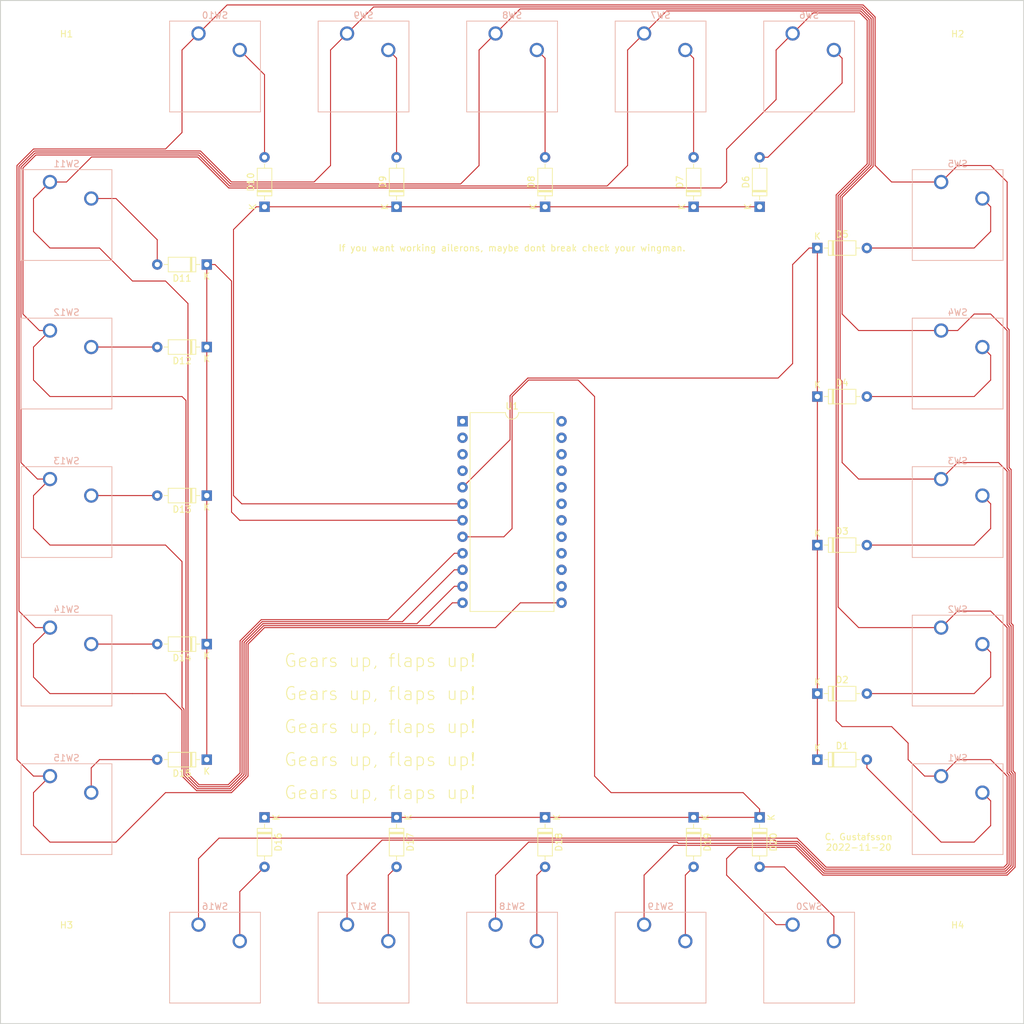
<source format=kicad_pcb>
(kicad_pcb (version 20211014) (generator pcbnew)
  (layers (0 "F.Cu" signal "Top") (31 "B.Cu" signal "Bottom") (34 "B.Paste" user) (35 "F.Paste" user) (36 "B.SilkS" user "B.Silkscreen") (37 "F.SilkS" user "F.Silkscreen") (38 "B.Mask" user) (39 "F.Mask" user) (44 "Edge.Cuts" user))
  (net 0 "")
  (net 1 "D2")
  (net 2 "Net-(D4-Pad2)")
  (net 3 "D3")
  (net 4 "Net-(D6-Pad2)")
  (net 5 "Net-(D8-Pad2)")
  (net 6 "D4")
  (net 7 "Net-(D11-Pad2)")
  (net 8 "Net-(D12-Pad2)")
  (net 9 "Net-(D14-Pad2)")
  (net 10 "D5")
  (net 11 "Net-(D17-Pad2)")
  (net 12 "Net-(D18-Pad2)")
  (net 13 "D6")
  (net 14 "D7")
  (net 15 "D8")
  (net 16 "D9")
  (net 17 "D10")
  (net 33 "Net-(D1-Pad2)")
  (net 34 "Net-(D2-Pad2)")
  (net 35 "Net-(D3-Pad2)")
  (net 36 "Net-(D5-Pad2)")
  (net 37 "Net-(D7-Pad2)")
  (net 38 "Net-(D9-Pad2)")
  (net 39 "Net-(D10-Pad2)")
  (net 40 "Net-(D13-Pad2)")
  (net 41 "Net-(D15-Pad2)")
  (net 42 "Net-(D16-Pad2)")
  (net 43 "Net-(D19-Pad2)")
  (net 44 "Net-(D20-Pad2)")
  (footprint "Diode_THT:D_DO-35_SOD27_P7.62mm_Horizontal" (layer "F.Cu") (at 60.96 146.05 -90)
    (fp_text reference "D16")
    (fp_text value "1N4148")
  )
  (footprint "Diode_THT:D_DO-35_SOD27_P7.62mm_Horizontal" (layer "F.Cu") (at 81.28 52.07 90)
    (fp_text reference "D9")
    (fp_text value "1N4148")
  )
  (footprint "Diode_THT:D_DO-35_SOD27_P7.62mm_Horizontal" (layer "F.Cu") (at 127 146.05 -90)
    (fp_text reference "D19")
    (fp_text value "1N4148")
  )
  (footprint "Diode_THT:D_DO-35_SOD27_P7.62mm_Horizontal" (layer "F.Cu") (at 146.05 127)
    (fp_text reference "D2")
    (fp_text value "1N4148")
  )
  (footprint "Diode_THT:D_DO-35_SOD27_P7.62mm_Horizontal" (layer "F.Cu") (at 52.07 137.16 180)
    (fp_text reference "D15")
    (fp_text value "1N4148")
  )
  (footprint "MountingHole:MountingHole_4mm" (layer "F.Cu") (at 167.64 167.64)
    (fp_text reference "H4")
    (fp_text value "MountingHole")
  )
  (footprint "Diode_THT:D_DO-35_SOD27_P7.62mm_Horizontal" (layer "F.Cu") (at 60.96 52.07 90)
    (fp_text reference "D10")
    (fp_text value "1N4148")
  )
  (footprint "Diode_THT:D_DO-35_SOD27_P7.62mm_Horizontal" (layer "F.Cu") (at 137.16 52.07 90)
    (fp_text reference "D6")
    (fp_text value "1N4148")
  )
  (footprint "Diode_THT:D_DO-35_SOD27_P7.62mm_Horizontal" (layer "F.Cu") (at 137.16 146.05 -90)
    (fp_text reference "D20")
    (fp_text value "1N4148")
  )
  (footprint "Package_DIP:DIP-24_W15.24mm" (layer "F.Cu") (at 91.435 85.085)
    (fp_text reference "U1")
    (fp_text value "Sparkfun_Pro_Micro")
  )
  (footprint "Diode_THT:D_DO-35_SOD27_P7.62mm_Horizontal" (layer "F.Cu") (at 146.05 137.16)
    (fp_text reference "D1")
    (fp_text value "1N4148")
  )
  (footprint "Diode_THT:D_DO-35_SOD27_P7.62mm_Horizontal" (layer "F.Cu") (at 104.14 52.07 90)
    (fp_text reference "D8")
    (fp_text value "1N4148")
  )
  (footprint "MountingHole:MountingHole_4mm" (layer "F.Cu") (at 167.64 30.48)
    (fp_text reference "H2")
    (fp_text value "MountingHole")
  )
  (footprint "Diode_THT:D_DO-35_SOD27_P7.62mm_Horizontal" (layer "F.Cu") (at 146.05 58.42)
    (fp_text reference "D5")
    (fp_text value "1N4148")
  )
  (footprint "Diode_THT:D_DO-35_SOD27_P7.62mm_Horizontal" (layer "F.Cu") (at 52.07 60.96 180)
    (fp_text reference "D11")
    (fp_text value "1N4148")
  )
  (footprint "Diode_THT:D_DO-35_SOD27_P7.62mm_Horizontal" (layer "F.Cu") (at 146.05 104.14)
    (fp_text reference "D3")
    (fp_text value "1N4148")
  )
  (footprint "Diode_THT:D_DO-35_SOD27_P7.62mm_Horizontal" (layer "F.Cu") (at 146.05 81.28)
    (fp_text reference "D4")
    (fp_text value "1N4148")
  )
  (footprint "Diode_THT:D_DO-35_SOD27_P7.62mm_Horizontal" (layer "F.Cu") (at 81.28 146.05 -90)
    (fp_text reference "D17")
    (fp_text value "1N4148")
  )
  (footprint "Diode_THT:D_DO-35_SOD27_P7.62mm_Horizontal" (layer "F.Cu") (at 52.07 119.38 180)
    (fp_text reference "D14")
    (fp_text value "1N4148")
  )
  (footprint "MountingHole:MountingHole_4mm" (layer "F.Cu") (at 30.48 167.64)
    (fp_text reference "H3")
    (fp_text value "MountingHole")
  )
  (footprint "Diode_THT:D_DO-35_SOD27_P7.62mm_Horizontal" (layer "F.Cu") (at 127 52.07 90)
    (fp_text reference "D7")
    (fp_text value "1N4148")
  )
  (footprint "MountingHole:MountingHole_4mm" (layer "F.Cu") (at 30.48 30.48)
    (fp_text reference "H1")
    (fp_text value "MountingHole")
  )
  (footprint "Diode_THT:D_DO-35_SOD27_P7.62mm_Horizontal" (layer "F.Cu") (at 52.07 96.52 180)
    (fp_text reference "D13")
    (fp_text value "1N4148")
  )
  (footprint "Diode_THT:D_DO-35_SOD27_P7.62mm_Horizontal" (layer "F.Cu") (at 104.14 146.05 -90)
    (fp_text reference "D18")
    (fp_text value "1N4148")
  )
  (footprint "Diode_THT:D_DO-35_SOD27_P7.62mm_Horizontal" (layer "F.Cu") (at 52.07 73.66 180)
    (fp_text reference "D12")
    (fp_text value "1N4148")
  )
  (footprint "Button_Switch_Keyboard:SW_Cherry_MX_1.00u_Plate" (layer "B.Cu") (at 96.52 162.56 180)
    (fp_text reference "SW18")
    (fp_text value "SW_PUSHBUTTON")
  )
  (footprint "Button_Switch_Keyboard:SW_Cherry_MX_1.00u_Plate" (layer "B.Cu") (at 50.8 162.56 180)
    (fp_text reference "SW16")
    (fp_text value "SW_PUSHBUTTON")
  )
  (footprint "Button_Switch_Keyboard:SW_Cherry_MX_1.00u_Plate" (layer "B.Cu") (at 27.94 71.12 180)
    (fp_text reference "SW12")
    (fp_text value "SW_PUSHBUTTON")
  )
  (footprint "Button_Switch_Keyboard:SW_Cherry_MX_1.00u_Plate" (layer "B.Cu") (at 27.94 93.98 180)
    (fp_text reference "SW13")
    (fp_text value "SW_PUSHBUTTON")
  )
  (footprint "Button_Switch_Keyboard:SW_Cherry_MX_1.00u_Plate" (layer "B.Cu") (at 165.1 93.98 180)
    (fp_text reference "SW3")
    (fp_text value "SW_PUSHBUTTON")
  )
  (footprint "Button_Switch_Keyboard:SW_Cherry_MX_1.00u_Plate" (layer "B.Cu") (at 165.1 71.12 180)
    (fp_text reference "SW4")
    (fp_text value "SW_PUSHBUTTON")
  )
  (footprint "Button_Switch_Keyboard:SW_Cherry_MX_1.00u_Plate" (layer "B.Cu") (at 165.1 116.84 180)
    (fp_text reference "SW2")
    (fp_text value "SW_PUSHBUTTON")
  )
  (footprint "Button_Switch_Keyboard:SW_Cherry_MX_1.00u_Plate" (layer "B.Cu") (at 142.24 25.4 180)
    (fp_text reference "SW6")
    (fp_text value "SW_PUSHBUTTON")
  )
  (footprint "Button_Switch_Keyboard:SW_Cherry_MX_1.00u_Plate" (layer "B.Cu") (at 27.94 48.26 180)
    (fp_text reference "SW11")
    (fp_text value "SW_PUSHBUTTON")
  )
  (footprint "Button_Switch_Keyboard:SW_Cherry_MX_1.00u_Plate" (layer "B.Cu") (at 27.94 116.84 180)
    (fp_text reference "SW14")
    (fp_text value "SW_PUSHBUTTON")
  )
  (footprint "Button_Switch_Keyboard:SW_Cherry_MX_1.00u_Plate" (layer "B.Cu") (at 119.38 25.4 180)
    (fp_text reference "SW7")
    (fp_text value "SW_PUSHBUTTON")
  )
  (footprint "Button_Switch_Keyboard:SW_Cherry_MX_1.00u_Plate" (layer "B.Cu") (at 73.66 25.4 180)
    (fp_text reference "SW9")
    (fp_text value "SW_PUSHBUTTON")
  )
  (footprint "Button_Switch_Keyboard:SW_Cherry_MX_1.00u_Plate" (layer "B.Cu") (at 165.1 139.7 180)
    (fp_text reference "SW1")
    (fp_text value "SW_PUSHBUTTON")
  )
  (footprint "Button_Switch_Keyboard:SW_Cherry_MX_1.00u_Plate" (layer "B.Cu") (at 50.8 25.4 180)
    (fp_text reference "SW10")
    (fp_text value "SW_PUSHBUTTON")
  )
  (footprint "Button_Switch_Keyboard:SW_Cherry_MX_1.00u_Plate" (layer "B.Cu") (at 96.52 25.4 180)
    (fp_text reference "SW8")
    (fp_text value "SW_PUSHBUTTON")
  )
  (footprint "Button_Switch_Keyboard:SW_Cherry_MX_1.00u_Plate" (layer "B.Cu") (at 142.24 162.56 180)
    (fp_text reference "SW20")
    (fp_text value "SW_PUSHBUTTON")
  )
  (footprint "Button_Switch_Keyboard:SW_Cherry_MX_1.00u_Plate" (layer "B.Cu") (at 165.1 48.26 180)
    (fp_text reference "SW5")
    (fp_text value "SW_PUSHBUTTON")
  )
  (footprint "Button_Switch_Keyboard:SW_Cherry_MX_1.00u_Plate" (layer "B.Cu") (at 73.66 162.56 180)
    (fp_text reference "SW17")
    (fp_text value "SW_PUSHBUTTON")
  )
  (footprint "Button_Switch_Keyboard:SW_Cherry_MX_1.00u_Plate" (layer "B.Cu") (at 119.38 162.56 180)
    (fp_text reference "SW19")
    (fp_text value "SW_PUSHBUTTON")
  )
  (footprint "Button_Switch_Keyboard:SW_Cherry_MX_1.00u_Plate" (layer "B.Cu") (at 27.94 139.7 180)
    (fp_text reference "SW15")
    (fp_text value "SW_PUSHBUTTON")
  )
  (gr_rect (start 20.32 20.32) (end 177.8 177.8) (layer "Edge.Cuts") (width 0.15) (fill none))
  (gr_text "Gears up, flaps up!" (at 78.74 121.92) (layer "F.SilkS") (effects (font (size 2 2))))
  (gr_text "Gears up, flaps up!" (at 78.74 142.24) (layer "F.SilkS") (effects (font (size 2 2))))
  (gr_text "If you want working ailerons, maybe dont break check your wingman." (at 99.06 58.42) (layer "F.SilkS") (effects (font (size 1 1))))
  (gr_text "Gears up, flaps up!" (at 78.74 137.16) (layer "F.SilkS") (effects (font (size 2 2))))
  (gr_text "C. Gustafsson\n2022-11-20" (at 152.4 149.86) (layer "F.SilkS") (effects (font (size 1 1))))
  (gr_text "Gears up, flaps up!" (at 78.74 127) (layer "F.SilkS") (effects (font (size 2 2))))
  (gr_text "Gears up, flaps up!" (at 78.74 132.08) (layer "F.SilkS") (effects (font (size 2 2))))
  (segment (start 146.05 137.16) (end 146.05 127) (width 0.1524) (layer "F.Cu") (net 1))
  (segment (start 146.05 127) (end 146.05 104.14) (width 0.1524) (layer "F.Cu") (net 1))
  (segment (start 142.24 60.96) (end 144.78 58.42) (width 0.1524) (layer "F.Cu") (net 1))
  (segment (start 144.78 58.42) (end 146.05 58.42) (width 0.1524) (layer "F.Cu") (net 1))
  (segment (start 98.7552 87.9248) (end 98.7552 81.153748) (width 0.1524) (layer "F.Cu") (net 1))
  (segment (start 140.0048 78.4352) (end 142.24 76.2) (width 0.1524) (layer "F.Cu") (net 1))
  (segment (start 146.05 104.14) (end 146.05 81.28) (width 0.1524) (layer "F.Cu") (net 1))
  (segment (start 98.7552 81.153748) (end 101.473748 78.4352) (width 0.1524) (layer "F.Cu") (net 1))
  (segment (start 91.435 95.245) (end 98.7552 87.9248) (width 0.1524) (layer "F.Cu") (net 1))
  (segment (start 146.05 58.42) (end 146.05 81.28) (width 0.1524) (layer "F.Cu") (net 1))
  (segment (start 101.473748 78.4352) (end 140.0048 78.4352) (width 0.1524) (layer "F.Cu") (net 1))
  (segment (start 142.24 76.2) (end 142.24 60.96) (width 0.1524) (layer "F.Cu") (net 1))
  (segment (start 172.72 78.74) (end 170.18 81.28) (width 0.1524) (layer "F.Cu") (net 2))
  (segment (start 171.45 73.66) (end 172.72 74.93) (width 0.1524) (layer "F.Cu") (net 2))
  (segment (start 170.18 81.28) (end 153.67 81.28) (width 0.1524) (layer "F.Cu") (net 2))
  (segment (start 172.72 74.93) (end 172.72 78.74) (width 0.1524) (layer "F.Cu") (net 2))
  (segment (start 127 52.07) (end 137.16 52.07) (width 0.1524) (layer "F.Cu") (net 3))
  (segment (start 60.96 52.07) (end 81.28 52.07) (width 0.1524) (layer "F.Cu") (net 3))
  (segment (start 59.69 52.07) (end 60.96 52.07) (width 0.1524) (layer "F.Cu") (net 3))
  (segment (start 91.435 97.785) (end 57.4498 97.785) (width 0.1524) (layer "F.Cu") (net 3))
  (segment (start 104.14 52.07) (end 81.28 52.07) (width 0.1524) (layer "F.Cu") (net 3))
  (segment (start 104.14 52.07) (end 127 52.07) (width 0.1524) (layer "F.Cu") (net 3))
  (segment (start 56.1848 55.5752) (end 59.69 52.07) (width 0.1524) (layer "F.Cu") (net 3))
  (segment (start 57.4498 97.785) (end 56.1848 96.52) (width 0.1524) (layer "F.Cu") (net 3))
  (segment (start 56.1848 96.52) (end 56.1848 55.5752) (width 0.1524) (layer "F.Cu") (net 3))
  (segment (start 138.43 44.45) (end 137.16 44.45) (width 0.1524) (layer "F.Cu") (net 4))
  (segment (start 149.86 33.02) (end 138.43 44.45) (width 0.1524) (layer "F.Cu") (net 4))
  (segment (start 148.59 27.94) (end 149.86 29.21) (width 0.1524) (layer "F.Cu") (net 4))
  (segment (start 149.86 29.21) (end 149.86 33.02) (width 0.1524) (layer "F.Cu") (net 4))
  (segment (start 104.14 29.21) (end 104.14 44.45) (width 0.1524) (layer "F.Cu") (net 5))
  (segment (start 102.87 27.94) (end 104.14 29.21) (width 0.1524) (layer "F.Cu") (net 5))
  (segment (start 91.435 100.325) (end 57.145 100.325) (width 0.1524) (layer "F.Cu") (net 6))
  (segment (start 57.145 100.325) (end 55.88 99.06) (width 0.1524) (layer "F.Cu") (net 6))
  (segment (start 52.07 73.66) (end 52.07 60.96) (width 0.1524) (layer "F.Cu") (net 6))
  (segment (start 52.07 137.16) (end 52.07 119.38) (width 0.1524) (layer "F.Cu") (net 6))
  (segment (start 53.34 60.96) (end 52.07 60.96) (width 0.1524) (layer "F.Cu") (net 6))
  (segment (start 52.07 119.38) (end 52.07 96.52) (width 0.1524) (layer "F.Cu") (net 6))
  (segment (start 52.07 96.52) (end 52.07 73.66) (width 0.1524) (layer "F.Cu") (net 6))
  (segment (start 55.88 63.5) (end 53.34 60.96) (width 0.1524) (layer "F.Cu") (net 6))
  (segment (start 55.88 99.06) (end 55.88 63.5) (width 0.1524) (layer "F.Cu") (net 6))
  (segment (start 34.29 50.8) (end 38.1 50.8) (width 0.1524) (layer "F.Cu") (net 7))
  (segment (start 44.45 57.15) (end 44.45 60.96) (width 0.1524) (layer "F.Cu") (net 7))
  (segment (start 38.1 50.8) (end 44.45 57.15) (width 0.1524) (layer "F.Cu") (net 7))
  (segment (start 34.29 73.66) (end 44.45 73.66) (width 0.1524) (layer "F.Cu") (net 8))
  (segment (start 34.29 119.38) (end 44.45 119.38) (width 0.1524) (layer "F.Cu") (net 9))
  (segment (start 91.435 102.865) (end 97.795 102.865) (width 0.1524) (layer "F.Cu") (net 10))
  (segment (start 111.76 139.7) (end 114.3 142.24) (width 0.1524) (layer "F.Cu") (net 10))
  (segment (start 127 146.05) (end 104.14 146.05) (width 0.1524) (layer "F.Cu") (net 10))
  (segment (start 99.06 81.28) (end 101.6 78.74) (width 0.1524) (layer "F.Cu") (net 10))
  (segment (start 134.62 142.24) (end 137.16 144.78) (width 0.1524) (layer "F.Cu") (net 10))
  (segment (start 137.16 146.05) (end 127 146.05) (width 0.1524) (layer "F.Cu") (net 10))
  (segment (start 97.795 102.865) (end 99.06 101.6) (width 0.1524) (layer "F.Cu") (net 10))
  (segment (start 99.06 101.6) (end 99.06 81.28) (width 0.1524) (layer "F.Cu") (net 10))
  (segment (start 101.6 78.74) (end 109.22 78.74) (width 0.1524) (layer "F.Cu") (net 10))
  (segment (start 104.14 146.05) (end 81.28 146.05) (width 0.1524) (layer "F.Cu") (net 10))
  (segment (start 81.28 146.05) (end 60.96 146.05) (width 0.1524) (layer "F.Cu") (net 10))
  (segment (start 114.3 142.24) (end 134.62 142.24) (width 0.1524) (layer "F.Cu") (net 10))
  (segment (start 109.22 78.74) (end 111.76 81.28) (width 0.1524) (layer "F.Cu") (net 10))
  (segment (start 111.76 81.28) (end 111.76 139.7) (width 0.1524) (layer "F.Cu") (net 10))
  (segment (start 137.16 144.78) (end 137.16 146.05) (width 0.1524) (layer "F.Cu") (net 10))
  (segment (start 80.01 154.94) (end 81.28 153.67) (width 0.1524) (layer "F.Cu") (net 11))
  (segment (start 80.01 165.1) (end 80.01 154.94) (width 0.1524) (layer "F.Cu") (net 11))
  (segment (start 102.87 165.1) (end 102.87 154.94) (width 0.1524) (layer "F.Cu") (net 12))
  (segment (start 102.87 154.94) (end 104.14 153.67) (width 0.1524) (layer "F.Cu") (net 12))
  (segment (start 30.48 48.26) (end 34.3408 44.3992) (width 0.1524) (layer "F.Cu") (net 13))
  (segment (start 175.26 139.7) (end 175.26 153.215792) (width 0.1524) (layer "F.Cu") (net 13))
  (segment (start 35.56 58.42) (end 27.94 58.42) (width 0.1524) (layer "F.Cu") (net 13))
  (segment (start 34.3408 44.3992) (end 50.673748 44.3992) (width 0.1524) (layer "F.Cu") (net 13))
  (segment (start 149.86 132.08) (end 157.48 132.08) (width 0.1524) (layer "F.Cu") (net 13))
  (segment (start 165.1 139.7) (end 167.64 137.16) (width 0.1524) (layer "F.Cu") (net 13))
  (segment (start 142.24 25.4) (end 145.41581 22.22419) (width 0.1524) (layer "F.Cu") (net 13))
  (segment (start 174.754992 153.7208) (end 147.403954 153.7208) (width 0.1524) (layer "F.Cu") (net 13))
  (segment (start 157.48 132.08) (end 160.02 134.62) (width 0.1524) (layer "F.Cu") (net 13))
  (segment (start 132.08 43.18) (end 139.7 35.56) (width 0.1524) (layer "F.Cu") (net 13))
  (segment (start 55.448948 49.1744) (end 131.1656 49.1744) (width 0.1524) (layer "F.Cu") (net 13))
  (segment (start 90.175 105.405) (end 79.9592 115.6208) (width 0.1524) (layer "F.Cu") (net 13))
  (segment (start 162.56 139.7) (end 165.1 139.7) (width 0.1524) (layer "F.Cu") (net 13))
  (segment (start 175.26 153.215792) (end 174.754992 153.7208) (width 0.1524) (layer "F.Cu") (net 13))
  (segment (start 60.454992 115.6208) (end 57.2008 118.874992) (width 0.1524) (layer "F.Cu") (net 13))
  (segment (start 27.94 48.26) (end 30.48 48.26) (width 0.1524) (layer "F.Cu") (net 13))
  (segment (start 49.1744 66.9544) (end 45.72 63.5) (width 0.1524) (layer "F.Cu") (net 13))
  (segment (start 153.7208 23.365008) (end 153.7208 45.467496) (width 0.1524) (layer "F.Cu") (net 13))
  (segment (start 131.1656 49.1744) (end 132.08 48.26) (width 0.1524) (layer "F.Cu") (net 13))
  (segment (start 91.435 105.405) (end 90.175 105.405) (width 0.1524) (layer "F.Cu") (net 13))
  (segment (start 50.873956 141.0208) (end 49.1744 139.321244) (width 0.1524) (layer "F.Cu") (net 13))
  (segment (start 167.64 137.16) (end 172.72 137.16) (width 0.1524) (layer "F.Cu") (net 13))
  (segment (start 139.7 35.56) (end 139.7 27.94) (width 0.1524) (layer "F.Cu") (net 13))
  (segment (start 57.2008 118.874992) (end 57.2008 139.194992) (width 0.1524) (layer "F.Cu") (net 13))
  (segment (start 152.579982 22.22419) (end 153.7208 23.365008) (width 0.1524) (layer "F.Cu") (net 13))
  (segment (start 40.64 63.5) (end 35.56 58.42) (width 0.1524) (layer "F.Cu") (net 13))
  (segment (start 147.403954 153.7208) (end 142.933554 149.2504) (width 0.1524) (layer "F.Cu") (net 13))
  (segment (start 49.1744 139.321244) (end 49.1744 66.9544) (width 0.1524) (layer "F.Cu") (net 13))
  (segment (start 79.9592 115.6208) (end 60.454992 115.6208) (width 0.1524) (layer "F.Cu") (net 13))
  (segment (start 139.7 27.94) (end 142.24 25.4) (width 0.1524) (layer "F.Cu") (net 13))
  (segment (start 153.7208 45.467496) (end 148.9456 50.242696) (width 0.1524) (layer "F.Cu") (net 13))
  (segment (start 25.4 55.88) (end 25.4 50.8) (width 0.1524) (layer "F.Cu") (net 13))
  (segment (start 25.4 50.8) (end 27.94 48.26) (width 0.1524) (layer "F.Cu") (net 13))
  (segment (start 27.94 58.42) (end 25.4 55.88) (width 0.1524) (layer "F.Cu") (net 13))
  (segment (start 57.2008 139.194992) (end 55.374992 141.0208) (width 0.1524) (layer "F.Cu") (net 13))
  (segment (start 160.02 137.16) (end 162.56 139.7) (width 0.1524) (layer "F.Cu") (net 13))
  (segment (start 172.72 137.16) (end 175.26 139.7) (width 0.1524) (layer "F.Cu") (net 13))
  (segment (start 148.9456 131.1656) (end 149.86 132.08) (width 0.1524) (layer "F.Cu") (net 13))
  (segment (start 53.9496 149.2504) (end 50.8 152.4) (width 0.1524) (layer "F.Cu") (net 13))
  (segment (start 145.41581 22.22419) (end 152.579982 22.22419) (width 0.1524) (layer "F.Cu") (net 13))
  (segment (start 55.374992 141.0208) (end 50.873956 141.0208) (width 0.1524) (layer "F.Cu") (net 13))
  (segment (start 50.673748 44.3992) (end 55.448948 49.1744) (width 0.1524) (layer "F.Cu") (net 13))
  (segment (start 50.8 152.4) (end 50.8 162.56) (width 0.1524) (layer "F.Cu") (net 13))
  (segment (start 132.08 48.26) (end 132.08 43.18) (width 0.1524) (layer "F.Cu") (net 13))
  (segment (start 45.72 63.5) (end 40.64 63.5) (width 0.1524) (layer "F.Cu") (net 13))
  (segment (start 160.02 134.62) (end 160.02 137.16) (width 0.1524) (layer "F.Cu") (net 13))
  (segment (start 148.9456 50.242696) (end 148.9456 131.1656) (width 0.1524) (layer "F.Cu") (net 13))
  (segment (start 142.933554 149.2504) (end 53.9496 149.2504) (width 0.1524) (layer "F.Cu") (net 13))
  (segment (start 23.7744 46.098756) (end 25.778756 44.0944) (width 0.1524) (layer "F.Cu") (net 14))
  (segment (start 25.4 78.74) (end 25.4 73.66) (width 0.1524) (layer "F.Cu") (net 14))
  (segment (start 147.277702 154.0256) (end 142.998236 149.746134) (width 0.1524) (layer "F.Cu") (net 14))
  (segment (start 50.8 44.0944) (end 55.5752 48.8696) (width 0.1524) (layer "F.Cu") (net 14))
  (segment (start 48.8696 81.8896) (end 48.26 81.28) (width 0.1524) (layer "F.Cu") (net 14))
  (segment (start 48.26 81.28) (end 27.94 81.28) (width 0.1524) (layer "F.Cu") (net 14))
  (segment (start 23.7744 68.58) (end 23.7744 46.098756) (width 0.1524) (layer "F.Cu") (net 14))
  (segment (start 154.0256 45.593748) (end 149.2504 50.368948) (width 0.1524) (layer "F.Cu") (net 14))
  (segment (start 167.64 114.3) (end 172.72 114.3) (width 0.1524) (layer "F.Cu") (net 14))
  (segment (start 149.2504 50.368948) (end 149.2504 113.6904) (width 0.1524) (layer "F.Cu") (net 14))
  (segment (start 154.0256 23.238756) (end 154.0256 45.593748) (width 0.1524) (layer "F.Cu") (net 14))
  (segment (start 175.5648 139.573748) (end 175.5648 153.342044) (width 0.1524) (layer "F.Cu") (net 14))
  (segment (start 27.94 81.28) (end 25.4 78.74) (width 0.1524) (layer "F.Cu") (net 14))
  (segment (start 116.84 45.72) (end 116.84 27.94) (width 0.1524) (layer "F.Cu") (net 14))
  (segment (start 57.5056 139.321244) (end 55.501244 141.3256) (width 0.1524) (layer "F.Cu") (net 14))
  (segment (start 27.94 71.12) (end 26.3144 71.12) (width 0.1524) (layer "F.Cu") (net 14))
  (segment (start 139.7 149.746134) (end 139.509066 149.5552) (width 0.1524) (layer "F.Cu") (net 14))
  (segment (start 139.509066 149.5552) (end 79.0448 149.5552) (width 0.1524) (layer "F.Cu") (net 14))
  (segment (start 48.8696 139.447496) (end 48.8696 81.8896) (width 0.1524) (layer "F.Cu") (net 14))
  (segment (start 91.435 107.945) (end 90.175 107.945) (width 0.1524) (layer "F.Cu") (net 14))
  (segment (start 25.778756 44.0944) (end 50.8 44.0944) (width 0.1524) (layer "F.Cu") (net 14))
  (segment (start 152.4 116.84) (end 165.1 116.84) (width 0.1524) (layer "F.Cu") (net 14))
  (segment (start 79.0448 149.5552) (end 73.66 154.94) (width 0.1524) (layer "F.Cu") (net 14))
  (segment (start 55.501244 141.3256) (end 50.747704 141.3256) (width 0.1524) (layer "F.Cu") (net 14))
  (segment (start 50.747704 141.3256) (end 48.8696 139.447496) (width 0.1524) (layer "F.Cu") (net 14))
  (segment (start 175.26 139.268948) (end 175.5648 139.573748) (width 0.1524) (layer "F.Cu") (net 14))
  (segment (start 90.175 107.945) (end 82.1944 115.9256) (width 0.1524) (layer "F.Cu") (net 14))
  (segment (start 149.2504 113.6904) (end 152.4 116.84) (width 0.1524) (layer "F.Cu") (net 14))
  (segment (start 60.581244 115.9256) (end 57.5056 119.001244) (width 0.1524) (layer "F.Cu") (net 14))
  (segment (start 175.5648 153.342044) (end 174.881244 154.0256) (width 0.1524) (layer "F.Cu") (net 14))
  (segment (start 26.3144 71.12) (end 23.7744 68.58) (width 0.1524) (layer "F.Cu") (net 14))
  (segment (start 142.998236 149.746134) (end 139.7 149.746134) (width 0.1524) (layer "F.Cu") (net 14))
  (segment (start 152.706234 21.91939) (end 154.0256 23.238756) (width 0.1524) (layer "F.Cu") (net 14))
  (segment (start 82.1944 115.9256) (end 60.581244 115.9256) (width 0.1524) (layer "F.Cu") (net 14))
  (segment (start 165.1 116.84) (end 167.64 114.3) (width 0.1524) (layer "F.Cu") (net 14))
  (segment (start 116.84 27.94) (end 119.38 25.4) (width 0.1524) (layer "F.Cu") (net 14))
  (segment (start 25.4 73.66) (end 27.94 71.12) (width 0.1524) (layer "F.Cu") (net 14))
  (segment (start 122.86061 21.91939) (end 152.706234 21.91939) (width 0.1524) (layer "F.Cu") (net 14))
  (segment (start 172.72 114.3) (end 175.26 116.84) (width 0.1524) (layer "F.Cu") (net 14))
  (segment (start 57.5056 119.001244) (end 57.5056 139.321244) (width 0.1524) (layer "F.Cu") (net 14))
  (segment (start 55.5752 48.8696) (end 113.6904 48.8696) (width 0.1524) (layer "F.Cu") (net 14))
  (segment (start 175.26 116.84) (end 175.26 139.268948) (width 0.1524) (layer "F.Cu") (net 14))
  (segment (start 113.6904 48.8696) (end 116.84 45.72) (width 0.1524) (layer "F.Cu") (net 14))
  (segment (start 119.38 25.4) (end 122.86061 21.91939) (width 0.1524) (layer "F.Cu") (net 14))
  (segment (start 174.881244 154.0256) (end 147.277702 154.0256) (width 0.1524) (layer "F.Cu") (net 14))
  (segment (start 73.66 154.94) (end 73.66 162.56) (width 0.1524) (layer "F.Cu") (net 14))
  (segment (start 175.5648 116.713748) (end 175.5648 139.142696) (width 0.1524) (layer "F.Cu") (net 15))
  (segment (start 149.5552 78.619861) (end 149.86 78.924661) (width 0.1524) (layer "F.Cu") (net 15))
  (segment (start 165.1 93.98) (end 167.64 91.44) (width 0.1524) (layer "F.Cu") (net 15))
  (segment (start 175.5648 139.142696) (end 175.8696 139.447496) (width 0.1524) (layer "F.Cu") (net 15))
  (segment (start 50.978548 43.7896) (end 55.753748 48.5648) (width 0.1524) (layer "F.Cu") (net 15))
  (segment (start 175.8696 153.468296) (end 175.007496 154.3304) (width 0.1524) (layer "F.Cu") (net 15))
  (segment (start 175.007496 154.3304) (end 147.15145 154.3304) (width 0.1524) (layer "F.Cu") (net 15))
  (segment (start 48.5648 139.573748) (end 48.5648 134.493748) (width 0.1524) (layer "F.Cu") (net 15))
  (segment (start 57.8104 139.447496) (end 55.627496 141.6304) (width 0.1524) (layer "F.Cu") (net 15))
  (segment (start 93.98 27.94) (end 96.52 25.4) (width 0.1524) (layer "F.Cu") (net 15))
  (segment (start 152.4 93.98) (end 165.1 93.98) (width 0.1524) (layer "F.Cu") (net 15))
  (segment (start 91.1352 48.5648) (end 93.98 45.72) (width 0.1524) (layer "F.Cu") (net 15))
  (segment (start 149.86 78.924661) (end 149.86 91.44) (width 0.1524) (layer "F.Cu") (net 15))
  (segment (start 175.26 116.408948) (end 175.5648 116.713748) (width 0.1524) (layer "F.Cu") (net 15))
  (segment (start 154.3304 23.112504) (end 154.3304 45.72) (width 0.1524) (layer "F.Cu") (net 15))
  (segment (start 147.15145 154.3304) (end 142.871984 150.050934) (width 0.1524) (layer "F.Cu") (net 15))
  (segment (start 27.94 104.14) (end 25.4 101.6) (width 0.1524) (layer "F.Cu") (net 15))
  (segment (start 26.0096 93.98) (end 23.4696 91.44) (width 0.1524) (layer "F.Cu") (net 15))
  (segment (start 60.707496 116.2304) (end 57.8104 119.127496) (width 0.1524) (layer "F.Cu") (net 15))
  (segment (start 96.52 25.4) (end 100.30541 21.61459) (width 0.1524) (layer "F.Cu") (net 15))
  (segment (start 173.927444 91.44) (end 175.26 92.772556) (width 0.1524) (layer "F.Cu") (net 15))
  (segment (start 175.26 92.772556) (end 175.26 116.408948) (width 0.1524) (layer "F.Cu") (net 15))
  (segment (start 25.652504 43.7896) (end 50.978548 43.7896) (width 0.1524) (layer "F.Cu") (net 15))
  (segment (start 57.8104 119.127496) (end 57.8104 139.447496) (width 0.1524) (layer "F.Cu") (net 15))
  (segment (start 167.64 91.44) (end 173.927444 91.44) (width 0.1524) (layer "F.Cu") (net 15))
  (segment (start 124.650934 150.050934) (end 124.46 149.86) (width 0.1524) (layer "F.Cu") (net 15))
  (segment (start 48.5648 134.493748) (end 48.5648 129.413748) (width 0.1524) (layer "F.Cu") (net 15))
  (segment (start 124.46 149.86) (end 101.6 149.86) (width 0.1524) (layer "F.Cu") (net 15))
  (segment (start 27.94 93.98) (end 26.0096 93.98) (width 0.1524) (layer "F.Cu") (net 15))
  (segment (start 101.6 149.86) (end 96.52 154.94) (width 0.1524) (layer "F.Cu") (net 15))
  (segment (start 100.30541 21.61459) (end 152.832486 21.61459) (width 0.1524) (layer "F.Cu") (net 15))
  (segment (start 175.8696 139.447496) (end 175.8696 153.468296) (width 0.1524) (layer "F.Cu") (net 15))
  (segment (start 48.5648 129.413748) (end 48.475526 129.324474) (width 0.1524) (layer "F.Cu") (net 15))
  (segment (start 154.3304 45.72) (end 149.5552 50.4952) (width 0.1524) (layer "F.Cu") (net 15))
  (segment (start 25.4 96.52) (end 27.94 93.98) (width 0.1524) (layer "F.Cu") (net 15))
  (segment (start 91.435 110.485) (end 90.175 110.485) (width 0.1524) (layer "F.Cu") (net 15))
  (segment (start 23.4696 45.972504) (end 25.652504 43.7896) (width 0.1524) (layer "F.Cu") (net 15))
  (segment (start 25.4 101.6) (end 25.4 96.52) (width 0.1524) (layer "F.Cu") (net 15))
  (segment (start 48.26 106.68) (end 45.72 104.14) (width 0.1524) (layer "F.Cu") (net 15))
  (segment (start 84.4296 116.2304) (end 60.707496 116.2304) (width 0.1524) (layer "F.Cu") (net 15))
  (segment (start 142.871984 150.050934) (end 124.650934 150.050934) (width 0.1524) (layer "F.Cu") (net 15))
  (segment (start 55.753748 48.5648) (end 91.1352 48.5648) (width 0.1524) (layer "F.Cu") (net 15))
  (segment (start 90.175 110.485) (end 84.4296 116.2304) (width 0.1524) (layer "F.Cu") (net 15))
  (segment (start 149.86 91.44) (end 152.4 93.98) (width 0.1524) (layer "F.Cu") (net 15))
  (segment (start 48.26 129.108948) (end 48.26 106.68) (width 0.1524) (layer "F.Cu") (net 15))
  (segment (start 48.475526 129.324474) (end 48.26 129.108948) (width 0.1524) (layer "F.Cu") (net 15))
  (segment (start 50.621452 141.6304) (end 48.5648 139.573748) (width 0.1524) (layer "F.Cu") (net 15))
  (segment (start 93.98 45.72) (end 93.98 27.94) (width 0.1524) (layer "F.Cu") (net 15))
  (segment (start 45.72 104.14) (end 27.94 104.14) (width 0.1524) (layer "F.Cu") (net 15))
  (segment (start 96.52 154.94) (end 96.52 162.56) (width 0.1524) (layer "F.Cu") (net 15))
  (segment (start 55.627496 141.6304) (end 50.621452 141.6304) (width 0.1524) (layer "F.Cu") (net 15))
  (segment (start 152.832486 21.61459) (end 154.3304 23.112504) (width 0.1524) (layer "F.Cu") (net 15))
  (segment (start 149.5552 50.4952) (end 149.5552 78.619861) (width 0.1524) (layer "F.Cu") (net 15))
  (segment (start 23.4696 91.44) (end 23.4696 45.972504) (width 0.1524) (layer "F.Cu") (net 15))
  (segment (start 71.12 45.72) (end 71.12 27.94) (width 0.1524) (layer "F.Cu") (net 16))
  (segment (start 86.36 116.5352) (end 60.833748 116.5352) (width 0.1524) (layer "F.Cu") (net 16))
  (segment (start 23.1648 114.3) (end 23.1648 45.846252) (width 0.1524) (layer "F.Cu") (net 16))
  (segment (start 149.86 68.58) (end 152.4 71.12) (width 0.1524) (layer "F.Cu") (net 16))
  (segment (start 175.26 71.12) (end 175.26 92.341504) (width 0.1524) (layer "F.Cu") (net 16))
  (segment (start 73.66 25.4) (end 77.75021 21.30979) (width 0.1524) (layer "F.Cu") (net 16))
  (segment (start 147.025198 154.6352) (end 142.745732 150.355734) (width 0.1524) (layer "F.Cu") (net 16))
  (segment (start 152.4 71.12) (end 165.1 71.12) (width 0.1524) (layer "F.Cu") (net 16))
  (segment (start 60.833748 116.5352) (end 58.1152 119.253748) (width 0.1524) (layer "F.Cu") (net 16))
  (segment (start 175.133748 154.6352) (end 147.025198 154.6352) (width 0.1524) (layer "F.Cu") (net 16))
  (segment (start 48.26 134.62) (end 48.26 129.54) (width 0.1524) (layer "F.Cu") (net 16))
  (segment (start 25.526252 43.4848) (end 51.1048 43.4848) (width 0.1524) (layer "F.Cu") (net 16))
  (segment (start 170.18 68.58) (end 172.72 68.58) (width 0.1524) (layer "F.Cu") (net 16))
  (segment (start 167.64 71.12) (end 170.18 68.58) (width 0.1524) (layer "F.Cu") (net 16))
  (segment (start 91.435 113.025) (end 89.8702 113.025) (width 0.1524) (layer "F.Cu") (net 16))
  (segment (start 149.86 50.621452) (end 149.86 68.58) (width 0.1524) (layer "F.Cu") (net 16))
  (segment (start 152.958738 21.30979) (end 154.6352 22.986252) (width 0.1524) (layer "F.Cu") (net 16))
  (segment (start 165.1 71.12) (end 167.64 71.12) (width 0.1524) (layer "F.Cu") (net 16))
  (segment (start 25.4 119.38) (end 27.94 116.84) (width 0.1524) (layer "F.Cu") (net 16))
  (segment (start 58.1152 119.253748) (end 58.1152 139.573748) (width 0.1524) (layer "F.Cu") (net 16))
  (segment (start 175.8696 116.587496) (end 175.8696 139.016444) (width 0.1524) (layer "F.Cu") (net 16))
  (segment (start 48.26 129.54) (end 45.72 127) (width 0.1524) (layer "F.Cu") (net 16))
  (segment (start 142.745732 150.355734) (end 123.964266 150.355734) (width 0.1524) (layer "F.Cu") (net 16))
  (segment (start 23.1648 45.846252) (end 25.526252 43.4848) (width 0.1524) (layer "F.Cu") (net 16))
  (segment (start 175.5648 116.282696) (end 175.8696 116.587496) (width 0.1524) (layer "F.Cu") (net 16))
  (segment (start 27.94 127) (end 25.4 124.46) (width 0.1524) (layer "F.Cu") (net 16))
  (segment (start 89.8702 113.025) (end 86.36 116.5352) (width 0.1524) (layer "F.Cu") (net 16))
  (segment (start 154.6352 45.846252) (end 149.86 50.621452) (width 0.1524) (layer "F.Cu") (net 16))
  (segment (start 40.64 127) (end 27.94 127) (width 0.1524) (layer "F.Cu") (net 16))
  (segment (start 58.1152 139.573748) (end 55.753748 141.9352) (width 0.1524) (layer "F.Cu") (net 16))
  (segment (start 172.72 68.58) (end 175.26 71.12) (width 0.1524) (layer "F.Cu") (net 16))
  (segment (start 175.5648 92.646304) (end 175.5648 116.282696) (width 0.1524) (layer "F.Cu") (net 16))
  (segment (start 55.753748 141.9352) (end 50.4952 141.9352) (width 0.1524) (layer "F.Cu") (net 16))
  (segment (start 175.8696 139.016444) (end 176.1744 139.321244) (width 0.1524) (layer "F.Cu") (net 16))
  (segment (start 175.26 92.341504) (end 175.5648 92.646304) (width 0.1524) (layer "F.Cu") (net 16))
  (segment (start 48.26 139.7) (end 48.26 134.62) (width 0.1524) (layer "F.Cu") (net 16))
  (segment (start 25.7048 116.84) (end 23.1648 114.3) (width 0.1524) (layer "F.Cu") (net 16))
  (segment (start 154.6352 22.986252) (end 154.6352 45.846252) (width 0.1524) (layer "F.Cu") (net 16))
  (segment (start 176.1744 139.321244) (end 176.1744 153.594548) (width 0.1524) (layer "F.Cu") (net 16))
  (segment (start 27.94 116.84) (end 25.7048 116.84) (width 0.1524) (layer "F.Cu") (net 16))
  (segment (start 119.38 154.94) (end 119.38 162.56) (width 0.1524) (layer "F.Cu") (net 16))
  (segment (start 71.12 27.94) (end 73.66 25.4) (width 0.1524) (layer "F.Cu") (net 16))
  (segment (start 77.75021 21.30979) (end 152.958738 21.30979) (width 0.1524) (layer "F.Cu") (net 16))
  (segment (start 55.88 48.26) (end 68.58 48.26) (width 0.1524) (layer "F.Cu") (net 16))
  (segment (start 45.72 127) (end 40.64 127) (width 0.1524) (layer "F.Cu") (net 16))
  (segment (start 176.1744 153.594548) (end 175.133748 154.6352) (width 0.1524) (layer "F.Cu") (net 16))
  (segment (start 68.58 48.26) (end 71.12 45.72) (width 0.1524) (layer "F.Cu") (net 16))
  (segment (start 123.964266 150.355734) (end 119.38 154.94) (width 0.1524) (layer "F.Cu") (net 16))
  (segment (start 51.1048 43.4848) (end 55.88 48.26) (width 0.1524) (layer "F.Cu") (net 16))
  (segment (start 50.4952 141.9352) (end 48.26 139.7) (width 0.1524) (layer "F.Cu") (net 16))
  (segment (start 25.4 124.46) (end 25.4 119.38) (width 0.1524) (layer "F.Cu") (net 16))
  (segment (start 48.26 40.64) (end 48.26 27.94) (width 0.1524) (layer "F.Cu") (net 17))
  (segment (start 146.898946 154.94) (end 142.61948 150.660534) (width 0.1524) (layer "F.Cu") (net 17))
  (segment (start 175.8696 116.156444) (end 176.1744 116.461244) (width 0.1524) (layer "F.Cu") (net 17))
  (segment (start 22.86 137.16) (end 22.86 45.72) (width 0.1524) (layer "F.Cu") (net 17))
  (segment (start 50.8 25.4) (end 55.19501 21.00499) (width 0.1524) (layer "F.Cu") (net 17))
  (segment (start 48.26 27.94) (end 50.8 25.4) (width 0.1524) (layer "F.Cu") (net 17))
  (segment (start 167.64 45.72) (end 172.72 45.72) (width 0.1524) (layer "F.Cu") (net 17))
  (segment (start 176.4792 153.7208) (end 175.26 154.94) (width 0.1524) (layer "F.Cu") (net 17))
  (segment (start 157.48 48.26) (end 165.1 48.26) (width 0.1524) (layer "F.Cu") (net 17))
  (segment (start 22.86 45.72) (end 25.4 43.18) (width 0.1524) (layer "F.Cu") (net 17))
  (segment (start 132.08 154.94) (end 139.7 162.56) (width 0.1524) (layer "F.Cu") (net 17))
  (segment (start 165.1 48.26) (end 167.64 45.72) (width 0.1524) (layer "F.Cu") (net 17))
  (segment (start 58.42 139.7) (end 55.88 142.24) (width 0.1524) (layer "F.Cu") (net 17))
  (segment (start 25.4 147.32) (end 25.4 142.24) (width 0.1524) (layer "F.Cu") (net 17))
  (segment (start 55.88 142.24) (end 45.72 142.24) (width 0.1524) (layer "F.Cu") (net 17))
  (segment (start 176.4792 139.194992) (end 176.4792 153.7208) (width 0.1524) (layer "F.Cu") (net 17))
  (segment (start 106.675 113.025) (end 100.335 113.025) (width 0.1524) (layer "F.Cu") (net 17))
  (segment (start 58.42 119.38) (end 58.42 139.7) (width 0.1524) (layer "F.Cu") (net 17))
  (segment (start 45.72 43.18) (end 48.26 40.64) (width 0.1524) (layer "F.Cu") (net 17))
  (segment (start 38.1 149.86) (end 27.94 149.86) (width 0.1524) (layer "F.Cu") (net 17))
  (segment (start 175.8696 92.520052) (end 175.8696 116.156444) (width 0.1524) (layer "F.Cu") (net 17))
  (segment (start 25.4 139.7) (end 22.86 137.16) (width 0.1524) (layer "F.Cu") (net 17))
  (segment (start 132.08 152.4) (end 132.08 154.94) (width 0.1524) (layer "F.Cu") (net 17))
  (segment (start 60.96 116.84) (end 58.42 119.38) (width 0.1524) (layer "F.Cu") (net 17))
  (segment (start 175.5648 70.993748) (end 175.5648 92.215252) (width 0.1524) (layer "F.Cu") (net 17))
  (segment (start 154.94 45.72) (end 157.48 48.26) (width 0.1524) (layer "F.Cu") (net 17))
  (segment (start 133.819466 150.660534) (end 132.08 152.4) (width 0.1524) (layer "F.Cu") (net 17))
  (segment (start 175.5648 92.215252) (end 175.8696 92.520052) (width 0.1524) (layer "F.Cu") (net 17))
  (segment (start 142.61948 150.660534) (end 133.819466 150.660534) (width 0.1524) (layer "F.Cu") (net 17))
  (segment (start 154.94 22.86) (end 154.94 45.72) (width 0.1524) (layer "F.Cu") (net 17))
  (segment (start 176.1744 116.461244) (end 176.1744 138.890192) (width 0.1524) (layer "F.Cu") (net 17))
  (segment (start 100.335 113.025) (end 96.52 116.84) (width 0.1524) (layer "F.Cu") (net 17))
  (segment (start 45.72 142.24) (end 38.1 149.86) (width 0.1524) (layer "F.Cu") (net 17))
  (segment (start 55.19501 21.00499) (end 153.08499 21.00499) (width 0.1524) (layer "F.Cu") (net 17))
  (segment (start 27.94 139.7) (end 25.4 139.7) (width 0.1524) (layer "F.Cu") (net 17))
  (segment (start 153.08499 21.00499) (end 154.94 22.86) (width 0.1524) (layer "F.Cu") (net 17))
  (segment (start 175.26 70.688948) (end 175.5648 70.993748) (width 0.1524) (layer "F.Cu") (net 17))
  (segment (start 25.4 43.18) (end 45.72 43.18) (width 0.1524) (layer "F.Cu") (net 17))
  (segment (start 175.26 48.26) (end 175.26 70.688948) (width 0.1524) (layer "F.Cu") (net 17))
  (segment (start 176.1744 138.890192) (end 176.4792 139.194992) (width 0.1524) (layer "F.Cu") (net 17))
  (segment (start 139.7 162.56) (end 142.24 162.56) (width 0.1524) (layer "F.Cu") (net 17))
  (segment (start 25.4 142.24) (end 27.94 139.7) (width 0.1524) (layer "F.Cu") (net 17))
  (segment (start 96.52 116.84) (end 60.96 116.84) (width 0.1524) (layer "F.Cu") (net 17))
  (segment (start 27.94 149.86) (end 25.4 147.32) (width 0.1524) (layer "F.Cu") (net 17))
  (segment (start 175.26 154.94) (end 146.898946 154.94) (width 0.1524) (layer "F.Cu") (net 17))
  (segment (start 172.72 45.72) (end 175.26 48.26) (width 0.1524) (layer "F.Cu") (net 17))
  (segment (start 170.18 149.86) (end 165.1 149.86) (width 0.1524) (layer "F.Cu") (net 33))
  (segment (start 165.1 149.86) (end 153.67 138.43) (width 0.1524) (layer "F.Cu") (net 33))
  (segment (start 172.72 147.32) (end 170.18 149.86) (width 0.1524) (layer "F.Cu") (net 33))
  (segment (start 153.67 138.43) (end 153.67 137.16) (width 0.1524) (layer "F.Cu") (net 33))
  (segment (start 172.72 143.51) (end 172.72 147.32) (width 0.1524) (layer "F.Cu") (net 33))
  (segment (start 171.45 142.24) (end 172.72 143.51) (width 0.1524) (layer "F.Cu") (net 33))
  (segment (start 172.72 124.46) (end 170.18 127) (width 0.1524) (layer "F.Cu") (net 34))
  (segment (start 171.45 119.38) (end 172.72 120.65) (width 0.1524) (layer "F.Cu") (net 34))
  (segment (start 172.72 120.65) (end 172.72 124.46) (width 0.1524) (layer "F.Cu") (net 34))
  (segment (start 170.18 127) (end 153.67 127) (width 0.1524) (layer "F.Cu") (net 34))
  (segment (start 171.45 96.52) (end 172.72 97.79) (width 0.1524) (layer "F.Cu") (net 35))
  (segment (start 172.72 101.6) (end 170.18 104.14) (width 0.1524) (layer "F.Cu") (net 35))
  (segment (start 170.18 104.14) (end 153.67 104.14) (width 0.1524) (layer "F.Cu") (net 35))
  (segment (start 172.72 97.79) (end 172.72 101.6) (width 0.1524) (layer "F.Cu") (net 35))
  (segment (start 172.72 55.88) (end 170.18 58.42) (width 0.1524) (layer "F.Cu") (net 36))
  (segment (start 170.18 58.42) (end 153.67 58.42) (width 0.1524) (layer "F.Cu") (net 36))
  (segment (start 172.72 52.07) (end 172.72 55.88) (width 0.1524) (layer "F.Cu") (net 36))
  (segment (start 171.45 50.8) (end 172.72 52.07) (width 0.1524) (layer "F.Cu") (net 36))
  (segment (start 127 29.21) (end 127 44.45) (width 0.1524) (layer "F.Cu") (net 37))
  (segment (start 125.73 27.94) (end 127 29.21) (width 0.1524) (layer "F.Cu") (net 37))
  (segment (start 81.28 29.21) (end 81.28 44.45) (width 0.1524) (layer "F.Cu") (net 38))
  (segment (start 80.01 27.94) (end 81.28 29.21) (width 0.1524) (layer "F.Cu") (net 38))
  (segment (start 57.15 27.94) (end 60.96 31.75) (width 0.1524) (layer "F.Cu") (net 39))
  (segment (start 60.96 31.75) (end 60.96 44.45) (width 0.1524) (layer "F.Cu") (net 39))
  (segment (start 34.29 96.52) (end 44.45 96.52) (width 0.1524) (layer "F.Cu") (net 40))
  (segment (start 34.29 142.24) (end 34.29 138.43) (width 0.1524) (layer "F.Cu") (net 41))
  (segment (start 35.56 137.16) (end 44.45 137.16) (width 0.1524) (layer "F.Cu") (net 41))
  (segment (start 34.29 138.43) (end 35.56 137.16) (width 0.1524) (layer "F.Cu") (net 41))
  (segment (start 57.15 165.1) (end 57.15 157.48) (width 0.1524) (layer "F.Cu") (net 42))
  (segment (start 57.15 157.48) (end 60.96 153.67) (width 0.1524) (layer "F.Cu") (net 42))
  (segment (start 125.73 165.1) (end 125.73 154.94) (width 0.1524) (layer "F.Cu") (net 43))
  (segment (start 125.73 154.94) (end 127 153.67) (width 0.1524) (layer "F.Cu") (net 43))
  (segment (start 140.97 153.67) (end 137.16 153.67) (width 0.1524) (layer "F.Cu") (net 44))
  (segment (start 148.59 165.1) (end 148.59 161.29) (width 0.1524) (layer "F.Cu") (net 44))
  (segment (start 148.59 161.29) (end 140.97 153.67) (width 0.1524) (layer "F.Cu") (net 44))
)
</source>
